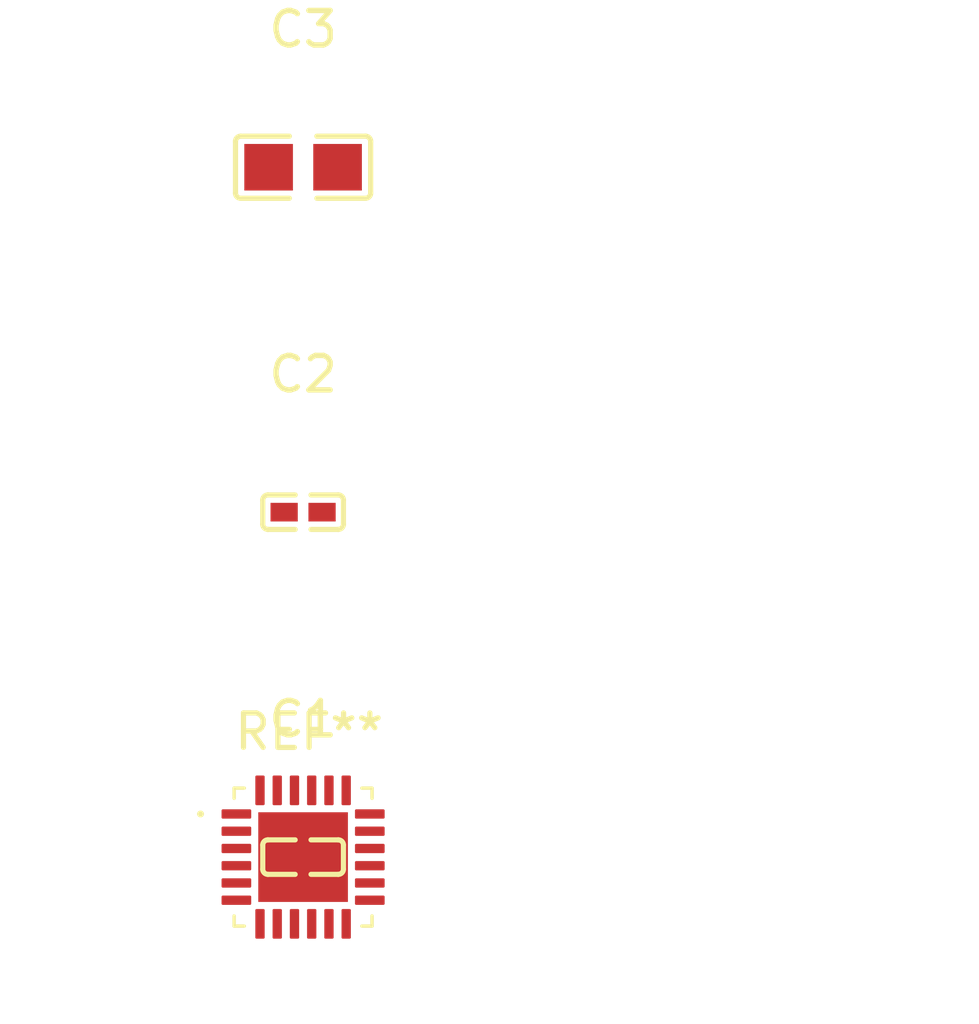
<source format=kicad_pcb>
(kicad_pcb (version 20241229) (generator "atopile") (generator_version "0.12.4")
  (layers (0 "F.Cu" signal) (31 "B.Cu" signal) (34 "B.Paste" user) (35 "F.Paste" user) (36 "B.SilkS" user "B.Silkscreen") (37 "F.SilkS" user "F.Silkscreen") (38 "B.Mask" user) (39 "F.Mask" user) (44 "Edge.Cuts" user))
  (net 0 "")
  (net 4 "_25")
  (net 5 "power_vbus-VCC")
  (net 6 "QON")
  (net 7 "OTG")
  (net 8 "SCL")
  (net 9 "power_battery-VCC")
  (net 10 "_20")
  (net 11 "PMID")
  (net 12 "PSEL")
  (net 13 "DM")
  (net 14 "_22")
  (net 15 "_24")
  (net 16 "INT")
  (net 17 "_21")
  (net 18 "CE")
  (net 19 "_23")
  (net 20 "power_system-VCC")
  (net 21 "DP")
  (net 22 "GND")
  (net 23 "ILIM")
  (net 24 "TS")
  (net 25 "STAT")
  (net 26 "power_regn-VCC")
  (net 27 "SDA")
  (footprint "YAGEO_CC0402KRX7R5BB104:C0402" (layer "F.Cu") (at 0 0 0)
    (property "Reference" "C1" (at 0 -4 0) (layer "F.SilkS") (hide no))
    (property "Value" "100nF ±10% 6.3V X7R")
    (fp_line (start 1.02 -0.5) (end 0.23 -0.5) (stroke (width 0.15)) (layer "F.SilkS"))
    (fp_line (start 0.23 0.5) (end 1.02 0.5) (stroke (width 0.15)) (layer "F.SilkS"))
    (fp_line (start 1.17 0.35) (end 1.17 -0.35) (stroke (width 0.15)) (layer "F.SilkS"))
    (fp_line (start -1.02 -0.5) (end -0.23 -0.5) (stroke (width 0.15)) (layer "F.SilkS"))
    (fp_line (start -0.23 0.5) (end -1.02 0.5) (stroke (width 0.15)) (layer "F.SilkS"))
    (fp_line (start -1.17 0.35) (end -1.17 -0.35) (stroke (width 0.15)) (layer "F.SilkS"))
    (fp_arc (start 1.17 0.35) (mid 1.1260660171779822 0.456066017177982) (end 1.02 0.4999999999999999) (stroke (width 0.15)) (layer "F.SilkS"))
    (fp_arc (start 1.02 -0.5) (mid 1.1260660171779822 -0.4560660171779821) (end 1.17 -0.35) (stroke (width 0.15)) (layer "F.SilkS"))
    (fp_arc (start -1.17 0.35) (mid -1.1260660171779822 0.456066017177982) (end -1.02 0.4999999999999999) (stroke (width 0.15)) (layer "F.SilkS"))
    (fp_arc (start -1.02 -0.5) (mid -1.1260660171779822 -0.4560660171779821) (end -1.17 -0.35) (stroke (width 0.15)) (layer "F.SilkS"))
    (fp_text user "${REFERENCE}" (at 0 -4 0) (layer "F.SilkS"))
    (pad "2" smd rect (at 0.55 0 0) (size 0.79 0.54) (layers "F.Cu" "F.Paste" "F.Mask") (net 22 "GND"))
    (pad "1" smd rect (at -0.55 0 0) (size 0.79 0.54) (layers "F.Cu" "F.Paste" "F.Mask") (net 26 "power_regn-VCC"))
  )
  (footprint "Samsung_Electro_Mechanics_CL05A105KQ5NNNC:C0402" (layer "F.Cu") (at 0 -10 0)
    (property "Reference" "C2" (at 0 -4 0) (layer "F.SilkS") (hide no))
    (property "Value" "1µF ±10% 6.3V X5R")
    (fp_line (start 1.02 -0.5) (end 0.23 -0.5) (stroke (width 0.15)) (layer "F.SilkS"))
    (fp_line (start 0.23 0.5) (end 1.02 0.5) (stroke (width 0.15)) (layer "F.SilkS"))
    (fp_line (start 1.17 0.35) (end 1.17 -0.35) (stroke (width 0.15)) (layer "F.SilkS"))
    (fp_line (start -1.02 -0.5) (end -0.23 -0.5) (stroke (width 0.15)) (layer "F.SilkS"))
    (fp_line (start -0.23 0.5) (end -1.02 0.5) (stroke (width 0.15)) (layer "F.SilkS"))
    (fp_line (start -1.17 0.35) (end -1.17 -0.35) (stroke (width 0.15)) (layer "F.SilkS"))
    (fp_arc (start 1.17 0.35) (mid 1.1260660171779822 0.456066017177982) (end 1.02 0.4999999999999999) (stroke (width 0.15)) (layer "F.SilkS"))
    (fp_arc (start 1.02 -0.5) (mid 1.1260660171779822 -0.4560660171779821) (end 1.17 -0.35) (stroke (width 0.15)) (layer "F.SilkS"))
    (fp_arc (start -1.17 0.35) (mid -1.1260660171779822 0.456066017177982) (end -1.02 0.4999999999999999) (stroke (width 0.15)) (layer "F.SilkS"))
    (fp_arc (start -1.02 -0.5) (mid -1.1260660171779822 -0.4560660171779821) (end -1.17 -0.35) (stroke (width 0.15)) (layer "F.SilkS"))
    (fp_text user "${REFERENCE}" (at 0 -4 0) (layer "F.SilkS"))
    (pad "2" smd rect (at 0.55 0 0) (size 0.79 0.54) (layers "F.Cu" "F.Paste" "F.Mask") (net 22 "GND"))
    (pad "1" smd rect (at -0.55 0 0) (size 0.79 0.54) (layers "F.Cu" "F.Paste" "F.Mask") (net 26 "power_regn-VCC"))
  )
  (footprint "Samsung_Electro_Mechanics_CL21A106KAYNNNE:C0805" (layer "F.Cu") (at 0 -20 0)
    (property "Reference" "C3" (at 0 -4 0) (layer "F.SilkS") (hide no))
    (property "Value" "10µF ±10% 25V X5R")
    (fp_line (start 1.81 -0.9) (end 0.4 -0.9) (stroke (width 0.15)) (layer "F.SilkS"))
    (fp_line (start 0.4 0.9) (end 1.81 0.9) (stroke (width 0.15)) (layer "F.SilkS"))
    (fp_line (start 1.96 0.75) (end 1.96 -0.75) (stroke (width 0.15)) (layer "F.SilkS"))
    (fp_line (start -1.81 -0.9) (end -0.4 -0.9) (stroke (width 0.15)) (layer "F.SilkS"))
    (fp_line (start -0.4 0.9) (end -1.81 0.9) (stroke (width 0.15)) (layer "F.SilkS"))
    (fp_line (start -1.96 0.75) (end -1.96 -0.75) (stroke (width 0.15)) (layer "F.SilkS"))
    (fp_arc (start 1.96 0.75) (mid 1.9160660171779822 0.856066017177982) (end 1.81 0.8999999999999999) (stroke (width 0.15)) (layer "F.SilkS"))
    (fp_arc (start 1.81 -0.9) (mid 1.9160660171779822 -0.8560660171779821) (end 1.96 -0.75) (stroke (width 0.15)) (layer "F.SilkS"))
    (fp_arc (start -1.96 0.75) (mid -1.9160660171779822 0.856066017177982) (end -1.81 0.8999999999999999) (stroke (width 0.15)) (layer "F.SilkS"))
    (fp_arc (start -1.81 -0.9) (mid -1.9160660171779822 -0.8560660171779821) (end -1.96 -0.75) (stroke (width 0.15)) (layer "F.SilkS"))
    (fp_text user "${REFERENCE}" (at 0 -4 0) (layer "F.SilkS"))
    (pad "2" smd rect (at 1 0 0) (size 1.41 1.35) (layers "F.Cu" "F.Paste" "F.Mask") (net 22 "GND"))
    (pad "1" smd rect (at -1 0 0) (size 1.41 1.35) (layers "F.Cu" "F.Paste" "F.Mask") (net 5 "power_vbus-VCC"))
  )
  (footprint "TI_BQ25895RTWR:QFN50P400X400X80-25N" (layer "F.Cu") (at 0 0 0)
    (property "Reference" "U1" (hide yes))
    (property "Value" "" (hide yes))
    (fp_line (start 2 2) (end 1.705 2) (layer "F.SilkS"))
    (fp_line (start 2 -2) (end 1.705 -2) (layer "F.SilkS"))
    (fp_line (start -2 2) (end -1.705 2) (layer "F.SilkS"))
    (fp_line (start -2 -2) (end -1.705 -2) (layer "F.SilkS"))
    (fp_line (start 2 2) (end 2 1.705) (layer "F.SilkS"))
    (fp_line (start 2 -2) (end 2 -1.705) (layer "F.SilkS"))
    (fp_line (start -2 2) (end -2 1.705) (layer "F.SilkS"))
    (fp_line (start -2 -2) (end -2 -1.705) (layer "F.SilkS"))
    (fp_circle (center -2.975 -1.25) (end -2.875 -1.25) (layer "F.SilkS"))
    (fp_text reference "REF**" (at 0.175 -3.635 0) (layer "F.SilkS"))
    (fp_text value "QFN50P400X400X80-25N")
    (pad "7" smd roundrect (at -1.25 1.935 0) (size 0.27 0.86) (layers "F.Cu" "F.Mask" "F.Paste") (roundrect_rratio 0.125) (net 11 "PMID"))
    (pad "8" smd roundrect (at -0.75 1.935 0) (size 0.27 0.86) (layers "F.Cu" "F.Mask" "F.Paste") (roundrect_rratio 0.125) (net 20 "power_system-VCC"))
    (pad "9" smd roundrect (at -0.25 1.935 0) (size 0.27 0.86) (layers "F.Cu" "F.Mask" "F.Paste") (roundrect_rratio 0.125) (net 9 "power_battery-VCC"))
    (pad "10" smd roundrect (at 0.25 1.935 0) (size 0.27 0.86) (layers "F.Cu" "F.Mask" "F.Paste") (roundrect_rratio 0.125) (net 22 "GND"))
    (pad "11" smd roundrect (at 0.75 1.935 0) (size 0.27 0.86) (layers "F.Cu" "F.Mask" "F.Paste") (roundrect_rratio 0.125) (net 27 "SDA"))
    (pad "12" smd roundrect (at 1.25 1.935 0) (size 0.27 0.86) (layers "F.Cu" "F.Mask" "F.Paste") (roundrect_rratio 0.125) (net 8 "SCL"))
    (pad "19" smd roundrect (at 1.25 -1.935 0) (size 0.27 0.86) (layers "F.Cu" "F.Mask" "F.Paste") (roundrect_rratio 0.125) (net 22 "GND"))
    (pad "20" smd roundrect (at 0.75 -1.935 0) (size 0.27 0.86) (layers "F.Cu" "F.Mask" "F.Paste") (roundrect_rratio 0.125) (net 10 "_20"))
    (pad "21" smd roundrect (at 0.25 -1.935 0) (size 0.27 0.86) (layers "F.Cu" "F.Mask" "F.Paste") (roundrect_rratio 0.125) (net 17 "_21"))
    (pad "22" smd roundrect (at -0.25 -1.935 0) (size 0.27 0.86) (layers "F.Cu" "F.Mask" "F.Paste") (roundrect_rratio 0.125) (net 14 "_22"))
    (pad "23" smd roundrect (at -0.75 -1.935 0) (size 0.27 0.86) (layers "F.Cu" "F.Mask" "F.Paste") (roundrect_rratio 0.125) (net 19 "_23"))
    (pad "24" smd roundrect (at -1.25 -1.935 0) (size 0.27 0.86) (layers "F.Cu" "F.Mask" "F.Paste") (roundrect_rratio 0.125) (net 15 "_24"))
    (pad "1" smd roundrect (at -1.935 -1.25 0) (size 0.86 0.27) (layers "F.Cu" "F.Mask" "F.Paste") (roundrect_rratio 0.125) (net 24 "TS"))
    (pad "2" smd roundrect (at -1.935 -0.75 0) (size 0.86 0.27) (layers "F.Cu" "F.Mask" "F.Paste") (roundrect_rratio 0.125) (net 26 "power_regn-VCC"))
    (pad "3" smd roundrect (at -1.935 -0.25 0) (size 0.86 0.27) (layers "F.Cu" "F.Mask" "F.Paste") (roundrect_rratio 0.125) (net 13 "DM"))
    (pad "4" smd roundrect (at -1.935 0.25 0) (size 0.86 0.27) (layers "F.Cu" "F.Mask" "F.Paste") (roundrect_rratio 0.125) (net 21 "DP"))
    (pad "5" smd roundrect (at -1.935 0.75 0) (size 0.86 0.27) (layers "F.Cu" "F.Mask" "F.Paste") (roundrect_rratio 0.125) (net 5 "power_vbus-VCC"))
    (pad "6" smd roundrect (at -1.935 1.25 0) (size 0.86 0.27) (layers "F.Cu" "F.Mask" "F.Paste") (roundrect_rratio 0.125) (net 23 "ILIM"))
    (pad "13" smd roundrect (at 1.935 1.25 0) (size 0.86 0.27) (layers "F.Cu" "F.Mask" "F.Paste") (roundrect_rratio 0.125) (net 16 "INT"))
    (pad "14" smd roundrect (at 1.935 0.75 0) (size 0.86 0.27) (layers "F.Cu" "F.Mask" "F.Paste") (roundrect_rratio 0.125) (net 7 "OTG"))
    (pad "15" smd roundrect (at 1.935 0.25 0) (size 0.86 0.27) (layers "F.Cu" "F.Mask" "F.Paste") (roundrect_rratio 0.125) (net 18 "CE"))
    (pad "16" smd roundrect (at 1.935 -0.25 0) (size 0.86 0.27) (layers "F.Cu" "F.Mask" "F.Paste") (roundrect_rratio 0.125) (net 12 "PSEL"))
    (pad "17" smd roundrect (at 1.935 -0.75 0) (size 0.86 0.27) (layers "F.Cu" "F.Mask" "F.Paste") (roundrect_rratio 0.125) (net 25 "STAT"))
    (pad "18" smd roundrect (at 1.935 -1.25 0) (size 0.86 0.27) (layers "F.Cu" "F.Mask" "F.Paste") (roundrect_rratio 0.125) (net 6 "QON"))
    (pad "25" smd rect (at 0 0 0) (size 2.6 2.6) (layers "F.Cu" "F.Mask") (net 4 "_25"))
  )
)
</source>
